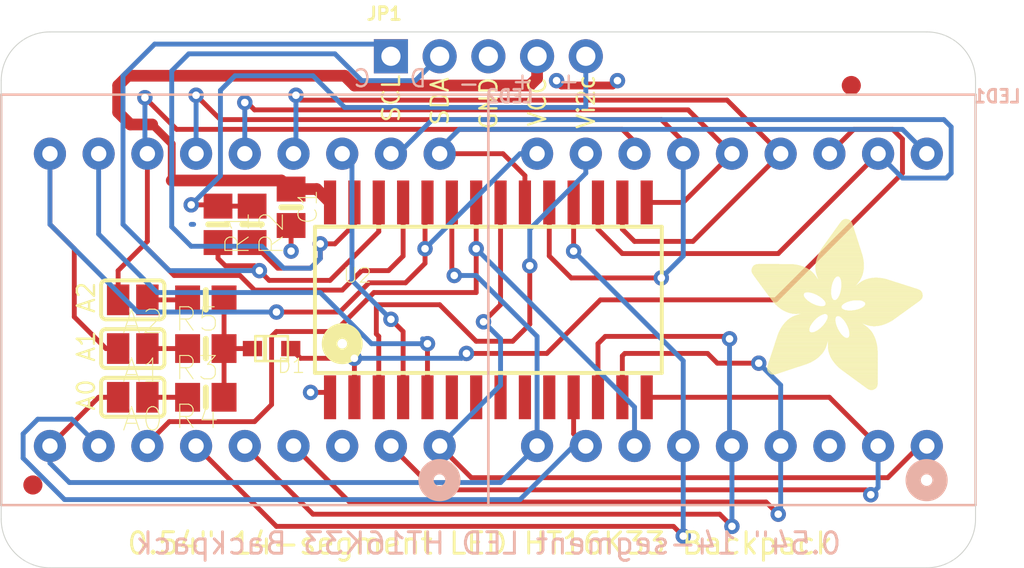
<source format=kicad_pcb>
(kicad_pcb (version 20211014) (generator pcbnew)
  (layers (0 "F.Cu" signal) (1 "In1.Cu" signal) (2 "In2.Cu" signal) (3 "In3.Cu" signal) (4 "In4.Cu" signal) (5 "In5.Cu" signal) (6 "In6.Cu" signal) (7 "In7.Cu" signal) (8 "In8.Cu" signal) (9 "In9.Cu" signal) (10 "In10.Cu" signal) (11 "In11.Cu" signal) (12 "In12.Cu" signal) (13 "In13.Cu" signal) (14 "In14.Cu" signal) (31 "B.Cu" signal) (34 "B.Paste" user) (35 "F.Paste" user) (36 "B.SilkS" user "B.Silkscreen") (37 "F.SilkS" user "F.Silkscreen") (38 "B.Mask" user) (39 "F.Mask" user) (44 "Edge.Cuts" user))
  (net 0 "")
  (net 1 "VDD")
  (net 2 "GND")
  (net 3 "N$19")
  (net 4 "N$20")
  (net 5 "A1")
  (net 6 "COM0")
  (net 7 "N$10")
  (net 8 "N$11")
  (net 9 "N$12")
  (net 10 "N$13")
  (net 11 "N$16")
  (net 12 "A0")
  (net 13 "A2")
  (net 14 "SDA")
  (net 15 "SCL")
  (net 16 "N$1")
  (net 17 "N$7")
  (net 18 "N$4")
  (net 19 "N$5")
  (net 20 "N$6")
  (net 21 "N$8")
  (net 22 "N$9")
  (net 23 "N$14")
  (net 24 "N$15")
  (net 25 "COM1")
  (net 26 "COM2")
  (net 27 "COM3")
  (net 28 "N$2")
  (footprint "Adafruit 0.54 Alphanumeric v0.1:0805-NO" (layer "F.Cu") (at 133.7691 105.0036 180)
    (fp_text reference "R5" (at -0.762 -1.016) (layer "F.SilkS") (effects (font (size 1.21668 1.21668) (thickness 0.05332)) (justify right)))
    (fp_text value "47K")
    (pad "1" smd rect (at -0.95 0 180) (size 1.3 1.5) (layers "F.Cu" "F.Paste" "F.Mask") (net 16 "N$1"))
    (pad "2" smd rect (at 0.95 0 180) (size 1.3 1.5) (layers "F.Cu" "F.Paste" "F.Mask") (net 17 "N$7"))
  )
  (footprint "Adafruit 0.54 Alphanumeric v0.1:SOD-323F" (layer "F.Cu") (at 137.1981 107.5436 180)
    (fp_text reference "D1" (at -1.8 -0.9) (layer "F.SilkS") (effects (font (size 0.752978 0.752978) (thickness 0.059822)) (justify right)))
    (fp_text value "1N4148")
    (pad "A" smd rect (at -1 0 180) (size 1 0.8) (layers "F.Cu" "F.Paste" "F.Mask") (net 6 "COM0"))
    (pad "C" smd rect (at 1 0 180) (size 1 0.8) (layers "F.Cu" "F.Paste" "F.Mask") (net 16 "N$1"))
  )
  (footprint "Adafruit 0.54 Alphanumeric v0.1:SOLDERJUMPER_REFLOW_NOPASTE" (layer "F.Cu") (at 129.9591 110.0836 180)
    (fp_text reference "A0" (at -1.651 -1.143) (layer "F.SilkS") (effects (font (size 1.21668 1.21668) (thickness 0.05332)) (justify right)))
    (fp_text value "")
    (pad "1" smd rect (at -0.762 0 180) (size 1.1684 1.6002) (layers "F.Cu" "F.Mask") (net 4 "N$20"))
    (pad "2" smd rect (at 0.762 0 180) (size 1.1684 1.6002) (layers "F.Cu" "F.Mask") (net 12 "A0"))
  )
  (footprint "Adafruit 0.54 Alphanumeric v0.1:0805-NO" (layer "F.Cu") (at 133.7691 110.0836 180)
    (fp_text reference "R4" (at -0.762 -1.016) (layer "F.SilkS") (effects (font (size 1.21668 1.21668) (thickness 0.05332)) (justify right)))
    (fp_text value "47K")
    (pad "1" smd rect (at -0.95 0 180) (size 1.3 1.5) (layers "F.Cu" "F.Paste" "F.Mask") (net 16 "N$1"))
    (pad "2" smd rect (at 0.95 0 180) (size 1.3 1.5) (layers "F.Cu" "F.Paste" "F.Mask") (net 4 "N$20"))
  )
  (footprint "" (layer "F.Cu") (at 171.9961 117.0686)
    (fp_text reference "@HOLE1" hide)
    (fp_text value "" (at 0 0) (layer "F.SilkS") (effects (font (size 1.27 1.27))))
    (pad "" np_thru_hole circle (at 0 0) (size 2 2) (drill 2) (layers *.Cu *.Mask))
  )
  (footprint "Adafruit 0.54 Alphanumeric v0.1:0805-NO" (layer "F.Cu") (at 136.1821 101.0666 -90)
    (fp_text reference "R2" (at -0.762 -1.016 90) (layer "F.SilkS") (effects (font (size 1.21668 1.21668) (thickness 0.05332)) (justify right)))
    (fp_text value "10K")
    (pad "1" smd rect (at -0.95 0 270) (size 1.3 1.5) (layers "F.Cu" "F.Paste" "F.Mask") (net 28 "N$2"))
    (pad "2" smd rect (at 0.95 0 270) (size 1.3 1.5) (layers "F.Cu" "F.Paste" "F.Mask") (net 14 "SDA"))
  )
  (footprint "Adafruit 0.54 Alphanumeric v0.1:FIDUCIAL_1MM" (layer "F.Cu") (at 124.7521 114.6556)
    (fp_text reference "U$2" hide)
    (fp_text value "FIDUCIAL" hide)
    (pad "1" smd roundrect (at 0 0) (size 1 1) (layers "F.Cu") (roundrect_rratio 0.5))
  )
  (footprint "Adafruit 0.54 Alphanumeric v0.1:SOLDERJUMPER_REFLOW_NOPASTE" (layer "F.Cu") (at 129.9591 105.0036 180)
    (fp_text reference "A2" (at -1.651 -1.143) (layer "F.SilkS") (effects (font (size 1.21668 1.21668) (thickness 0.05332)) (justify right)))
    (fp_text value "")
    (pad "1" smd rect (at -0.762 0 180) (size 1.1684 1.6002) (layers "F.Cu" "F.Mask") (net 17 "N$7"))
    (pad "2" smd rect (at 0.762 0 180) (size 1.1684 1.6002) (layers "F.Cu" "F.Mask") (net 13 "A2"))
  )
  (footprint "Adafruit 0.54 Alphanumeric v0.1:0805-NO" (layer "F.Cu") (at 138.2141 100.1776 -90)
    (fp_text reference "C1" (at -1 -0.875 90) (layer "F.SilkS") (effects (font (size 0.96268 0.96268) (thickness 0.05332)) (justify right)))
    (fp_text value "10uF")
    (pad "1" smd rect (at -0.95 0 270) (size 1.3 1.5) (layers "F.Cu" "F.Paste" "F.Mask") (net 1 "VDD"))
    (pad "2" smd rect (at 0.95 0 270) (size 1.3 1.5) (layers "F.Cu" "F.Paste" "F.Mask") (net 2 "GND"))
  )
  (footprint "Adafruit 0.54 Alphanumeric v0.1:FIDUCIAL_1MM" (layer "F.Cu") (at 167.4241 93.8276)
    (fp_text reference "U$1" hide)
    (fp_text value "FIDUCIAL" hide)
    (pad "1" smd roundrect (at 0 0) (size 1 1) (layers "F.Cu") (roundrect_rratio 0.5))
  )
  (footprint "" (layer "F.Cu") (at 171.9961 92.9386)
    (fp_text reference "@HOLE3" hide)
    (fp_text value "" (at 0 0) (layer "F.SilkS") (effects (font (size 1.27 1.27))))
    (pad "" np_thru_hole circle (at 0 0) (size 2 2) (drill 2) (layers *.Cu *.Mask))
  )
  (footprint "Adafruit 0.54 Alphanumeric v0.1:0805-NO" (layer "F.Cu") (at 134.4041 101.0666 -90)
    (fp_text reference "R1" (at -0.762 -1.016 90) (layer "F.SilkS") (effects (font (size 1.21668 1.21668) (thickness 0.05332)) (justify right)))
    (fp_text value "10K")
    (pad "1" smd rect (at -0.95 0 270) (size 1.3 1.5) (layers "F.Cu" "F.Paste" "F.Mask") (net 28 "N$2"))
    (pad "2" smd rect (at 0.95 0 270) (size 1.3 1.5) (layers "F.Cu" "F.Paste" "F.Mask") (net 15 "SCL"))
  )
  (footprint "Adafruit 0.54 Alphanumeric v0.1:0805-NO" (layer "F.Cu") (at 133.7691 107.5436 180)
    (fp_text reference "R3" (at -0.762 -1.016) (layer "F.SilkS") (effects (font (size 1.21668 1.21668) (thickness 0.05332)) (justify right)))
    (fp_text value "47K")
    (pad "1" smd rect (at -0.95 0 180) (size 1.3 1.5) (layers "F.Cu" "F.Paste" "F.Mask") (net 16 "N$1"))
    (pad "2" smd rect (at 0.95 0 180) (size 1.3 1.5) (layers "F.Cu" "F.Paste" "F.Mask") (net 3 "N$19"))
  )
  (footprint "" (layer "F.Cu") (at 125.0061 92.9386)
    (fp_text reference "@HOLE2" hide)
    (fp_text value "" (at 0 0) (layer "F.SilkS") (effects (font (size 1.27 1.27))))
    (pad "" np_thru_hole circle (at 0 0) (size 2 2) (drill 2) (layers *.Cu *.Mask))
  )
  (footprint "Adafruit 0.54 Alphanumeric v0.1:1X05_ROUND_70" (layer "F.Cu") (at 148.5011 92.3036)
    (fp_text reference "JP1" (at -6.4262 -1.8288) (layer "F.SilkS") (effects (font (size 0.666496 0.666496) (thickness 0.146304)) (justify left bottom)))
    (fp_text value "")
    (pad "1" thru_hole rect (at -5.08 0 90) (size 1.778 1.778) (drill 1) (layers *.Cu *.Mask) (net 15 "SCL"))
    (pad "2" thru_hole circle (at -2.54 0 90) (size 1.778 1.778) (drill 1) (layers *.Cu *.Mask) (net 14 "SDA"))
    (pad "3" thru_hole circle (at 0 0 90) (size 1.778 1.778) (drill 1) (layers *.Cu *.Mask) (net 2 "GND"))
    (pad "4" thru_hole circle (at 2.54 0 90) (size 1.778 1.778) (drill 1) (layers *.Cu *.Mask) (net 1 "VDD"))
    (pad "5" thru_hole circle (at 5.08 0 90) (size 1.778 1.778) (drill 1) (layers *.Cu *.Mask) (net 28 "N$2"))
  )
  (footprint "Adafruit 0.54 Alphanumeric v0.1:SOLDERJUMPER_REFLOW_NOPASTE" (layer "F.Cu") (at 129.9591 107.5436 180)
    (fp_text reference "A1" (at -1.651 -1.143) (layer "F.SilkS") (effects (font (size 1.21668 1.21668) (thickness 0.05332)) (justify right)))
    (fp_text value "")
    (pad "1" smd rect (at -0.762 0 180) (size 1.1684 1.6002) (layers "F.Cu" "F.Mask") (net 3 "N$19"))
    (pad "2" smd rect (at 0.762 0 180) (size 1.1684 1.6002) (layers "F.Cu" "F.Mask") (net 5 "A1"))
  )
  (footprint "" (layer "F.Cu") (at 125.0061 117.0686)
    (fp_text reference "@HOLE0" hide)
    (fp_text value "" (at 0 0) (layer "F.SilkS") (effects (font (size 1.27 1.27))))
    (pad "" np_thru_hole circle (at 0 0) (size 2 2) (drill 2) (layers *.Cu *.Mask))
  )
  (footprint "Adafruit 0.54 Alphanumeric v0.1:SOP28_300MIL" (layer "F.Cu") (at 148.5011 105.0036)
    (fp_text reference "U2" (at -7.62 -1.27) (layer "F.SilkS") (effects (font (size 0.75948 0.75948) (thickness 0.05332)) (justify left)))
    (fp_text value "")
    (pad "P$1" smd rect (at -8.255 5.08) (size 0.635 2.286) (layers "F.Cu" "F.Paste" "F.Mask") (net 2 "GND"))
    (pad "P$2" smd rect (at -6.985 5.08) (size 0.635 2.286) (layers "F.Cu" "F.Paste" "F.Mask") (net 6 "COM0"))
    (pad "P$3" smd rect (at -5.715 5.08) (size 0.635 2.286) (layers "F.Cu" "F.Paste" "F.Mask") (net 25 "COM1"))
    (pad "P$4" smd rect (at -4.445 5.08) (size 0.635 2.286) (layers "F.Cu" "F.Paste" "F.Mask") (net 26 "COM2"))
    (pad "P$5" smd rect (at -3.175 5.08) (size 0.635 2.286) (layers "F.Cu" "F.Paste" "F.Mask") (net 27 "COM3"))
    (pad "P$6" smd rect (at -1.905 5.08) (size 0.635 2.286) (layers "F.Cu" "F.Paste" "F.Mask"))
    (pad "P$7" smd rect (at -0.635 5.08) (size 0.635 2.286) (layers "F.Cu" "F.Paste" "F.Mask"))
    (pad "P$8" smd rect (at 0.635 5.08) (size 0.635 2.286) (layers "F.Cu" "F.Paste" "F.Mask"))
    (pad "P$9" smd rect (at 1.905 5.08) (size 0.635 2.286) (layers "F.Cu" "F.Paste" "F.Mask"))
    (pad "P$10" smd rect (at 3.175 5.08) (size 0.635 2.286) (layers "F.Cu" "F.Paste" "F.Mask"))
    (pad "P$11" smd rect (at 4.445 5.08) (size 0.635 2.286) (layers "F.Cu" "F.Paste" "F.Mask") (net 24 "N$15"))
    (pad "P$12" smd rect (at 5.715 5.08) (size 0.635 2.286) (layers "F.Cu" "F.Paste" "F.Mask") (net 23 "N$14"))
    (pad "P$13" smd rect (at 6.985 5.08) (size 0.635 2.286) (layers "F.Cu" "F.Paste" "F.Mask") (net 22 "N$9"))
    (pad "P$14" smd rect (at 8.255 5.08) (size 0.635 2.286) (layers "F.Cu" "F.Paste" "F.Mask") (net 21 "N$8"))
    (pad "P$15" smd rect (at 8.255 -5.08 180) (size 0.635 2.286) (layers "F.Cu" "F.Paste" "F.Mask") (net 20 "N$6"))
    (pad "P$16" smd rect (at 6.985 -5.08 180) (size 0.635 2.286) (layers "F.Cu" "F.Paste" "F.Mask") (net 19 "N$5"))
    (pad "P$17" smd rect (at 5.715 -5.08 180) (size 0.635 2.286) (layers "F.Cu" "F.Paste" "F.Mask") (net 18 "N$4"))
    (pad "P$18" smd rect (at 4.445 -5.08 180) (size 0.635 2.286) (layers "F.Cu" "F.Paste" "F.Mask") (net 11 "N$16"))
    (pad "P$19" smd rect (at 3.175 -5.08 180) (size 0.635 2.286) (layers "F.Cu" "F.Paste" "F.Mask") (net 10 "N$13"))
    (pad "P$20" smd rect (at 1.905 -5.08 180) (size 0.635 2.286) (layers "F.Cu" "F.Paste" "F.Mask") (net 9 "N$12"))
    (pad "P$21" smd rect (at 0.635 -5.08 180) (size 0.635 2.286) (layers "F.Cu" "F.Paste" "F.Mask") (net 8 "N$11"))
    (pad "P$22" smd rect (at -0.635 -5.08 180) (size 0.635 2.286) (layers "F.Cu" "F.Paste" "F.Mask") (net 7 "N$10"))
    (pad "P$23" smd rect (at -1.905 -5.08 180) (size 0.635 2.286) (layers "F.Cu" "F.Paste" "F.Mask") (net 12 "A0"))
    (pad "P$24" smd rect (at -3.175 -5.08 180) (size 0.635 2.286) (layers "F.Cu" "F.Paste" "F.Mask") (net 5 "A1"))
    (pad "P$25" smd rect (at -4.445 -5.08 180) (size 0.635 2.286) (layers "F.Cu" "F.Paste" "F.Mask") (net 13 "A2"))
    (pad "P$26" smd rect (at -5.715 -5.08 180) (size 0.635 2.286) (layers "F.Cu" "F.Paste" "F.Mask") (net 15 "SCL"))
    (pad "P$27" smd rect (at -6.985 -5.08 180) (size 0.635 2.286) (layers "F.Cu" "F.Paste" "F.Mask") (net 14 "SDA"))
    (pad "P$28" smd rect (at -8.255 -5.08 180) (size 0.635 2.286) (layers "F.Cu" "F.Paste" "F.Mask") (net 1 "VDD"))
  )
  (footprint "Adafruit 0.54 Alphanumeric v0.1:ADAFRUIT_9MM" (layer "F.Cu") (at 162.2171 109.7026)
    (fp_text reference "U$3" hide)
    (fp_text value "" hide)
  )
  (footprint "Adafruit 0.54 Alphanumeric v0.1:SEGMENT_STARTBUST_DUAL_KWA-541CBB" (layer "B.Cu") (at 135.8011 105.0036 180)
    (fp_text reference "LED2" (at -12.5 11) (layer "B.SilkS") (effects (font (size 0.666496 0.666496) (thickness 0.146304)) (justify right top mirror)))
    (fp_text value "")
    (pad "1" thru_hole circle (at -10.16 -7.62 180) (size 1.6764 1.6764) (drill 0.8) (layers *.Cu *.Mask) (net 8 "N$11"))
    (pad "2" thru_hole circle (at -7.62 -7.62 180) (size 1.6764 1.6764) (drill 0.8) (layers *.Cu *.Mask) (net 21 "N$8"))
    (pad "3" thru_hole circle (at -5.08 -7.62 180) (size 1.6764 1.6764) (drill 0.8) (layers *.Cu *.Mask))
    (pad "4" thru_hole circle (at -2.54 -7.62 180) (size 1.6764 1.6764) (drill 0.8) (layers *.Cu *.Mask) (net 22 "N$9"))
    (pad "5" thru_hole circle (at 0 -7.62 180) (size 1.6764 1.6764) (drill 0.8) (layers *.Cu *.Mask) (net 23 "N$14"))
    (pad "6" thru_hole circle (at 2.54 -7.62 180) (size 1.6764 1.6764) (drill 0.8) (layers *.Cu *.Mask) (net 11 "N$16"))
    (pad "7" thru_hole circle (at 5.08 -7.62 180) (size 1.6764 1.6764) (drill 0.8) (layers *.Cu *.Mask) (net 7 "N$10"))
    (pad "8" thru_hole circle (at 7.62 -7.62 180) (size 1.6764 1.6764) (drill 0.8) (layers *.Cu *.Mask) (net 24 "N$15"))
    (pad "9" thru_hole circle (at 10.16 -7.62 180) (size 1.6764 1.6764) (drill 0.8) (layers *.Cu *.Mask) (net 12 "A0"))
    (pad "10" thru_hole circle (at 10.16 7.62 180) (size 1.6764 1.6764) (drill 0.8) (layers *.Cu *.Mask) (net 5 "A1"))
    (pad "11" thru_hole circle (at 7.62 7.62 180) (size 1.6764 1.6764) (drill 0.8) (layers *.Cu *.Mask) (net 27 "COM3"))
    (pad "12" thru_hole circle (at 5.08 7.62 180) (size 1.6764 1.6764) (drill 0.8) (layers *.Cu *.Mask) (net 13 "A2"))
    (pad "13" thru_hole circle (at 2.54 7.62 180) (size 1.6764 1.6764) (drill 0.8) (layers *.Cu *.Mask) (net 10 "N$13"))
    (pad "14" thru_hole circle (at 0 7.62 180) (size 1.6764 1.6764) (drill 0.8) (layers *.Cu *.Mask) (net 20 "N$6"))
    (pad "15" thru_hole circle (at -2.54 7.62 180) (size 1.6764 1.6764) (drill 0.8) (layers *.Cu *.Mask) (net 19 "N$5"))
    (pad "16" thru_hole circle (at -5.08 7.62 180) (size 1.6764 1.6764) (drill 0.8) (layers *.Cu *.Mask) (net 26 "COM2"))
    (pad "17" thru_hole circle (at -7.62 7.62 180) (size 1.6764 1.6764) (drill 0.8) (layers *.Cu *.Mask) (net 18 "N$4"))
    (pad "18" thru_hole circle (at -10.16 7.62 180) (size 1.6764 1.6764) (drill 0.8) (layers *.Cu *.Mask) (net 9 "N$12"))
  )
  (footprint "Adafruit 0.54 Alphanumeric v0.1:SEGMENT_STARTBUST_DUAL_KWA-541CBB" (layer "B.Cu") (at 161.2011 105.0036 180)
    (fp_text reference "LED1" (at -12.5 11) (layer "B.SilkS") (effects (font (size 0.666496 0.666496) (thickness 0.146304)) (justify right top mirror)))
    (fp_text value "")
    (pad "1" thru_hole circle (at -10.16 -7.62 180) (size 1.6764 1.6764) (drill 0.8) (layers *.Cu *.Mask) (net 8 "N$11"))
    (pad "2" thru_hole circle (at -7.62 -7.62 180) (size 1.6764 1.6764) (drill 0.8) (layers *.Cu *.Mask) (net 21 "N$8"))
    (pad "3" thru_hole circle (at -5.08 -7.62 180) (size 1.6764 1.6764) (drill 0.8) (layers *.Cu *.Mask))
    (pad "4" thru_hole circle (at -2.54 -7.62 180) (size 1.6764 1.6764) (drill 0.8) (layers *.Cu *.Mask) (net 22 "N$9"))
    (pad "5" thru_hole circle (at 0 -7.62 180) (size 1.6764 1.6764) (drill 0.8) (layers *.Cu *.Mask) (net 23 "N$14"))
    (pad "6" thru_hole circle (at 2.54 -7.62 180) (size 1.6764 1.6764) (drill 0.8) (layers *.Cu *.Mask) (net 11 "N$16"))
    (pad "7" thru_hole circle (at 5.08 -7.62 180) (size 1.6764 1.6764) (drill 0.8) (layers *.Cu *.Mask) (net 7 "N$10"))
    (pad "8" thru_hole circle (at 7.62 -7.62 180) (size 1.6764 1.6764) (drill 0.8) (layers *.Cu *.Mask) (net 24 "N$15"))
    (pad "9" thru_hole circle (at 10.16 -7.62 180) (size 1.6764 1.6764) (drill 0.8) (layers *.Cu *.Mask) (net 12 "A0"))
    (pad "10" thru_hole circle (at 10.16 7.62 180) (size 1.6764 1.6764) (drill 0.8) (layers *.Cu *.Mask) (net 5 "A1"))
    (pad "11" thru_hole circle (at 7.62 7.62 180) (size 1.6764 1.6764) (drill 0.8) (layers *.Cu *.Mask) (net 25 "COM1"))
    (pad "12" thru_hole circle (at 5.08 7.62 180) (size 1.6764 1.6764) (drill 0.8) (layers *.Cu *.Mask) (net 13 "A2"))
    (pad "13" thru_hole circle (at 2.54 7.62 180) (size 1.6764 1.6764) (drill 0.8) (layers *.Cu *.Mask) (net 10 "N$13"))
    (pad "14" thru_hole circle (at 0 7.62 180) (size 1.6764 1.6764) (drill 0.8) (layers *.Cu *.Mask) (net 20 "N$6"))
    (pad "15" thru_hole circle (at -2.54 7.62 180) (size 1.6764 1.6764) (drill 0.8) (layers *.Cu *.Mask) (net 19 "N$5"))
    (pad "16" thru_hole circle (at -5.08 7.62 180) (size 1.6764 1.6764) (drill 0.8) (layers *.Cu *.Mask) (net 6 "COM0"))
    (pad "17" thru_hole circle (at -7.62 7.62 180) (size 1.6764 1.6764) (drill 0.8) (layers *.Cu *.Mask) (net 18 "N$4"))
    (pad "18" thru_hole circle (at -10.16 7.62 180) (size 1.6764 1.6764) (drill 0.8) (layers *.Cu *.Mask) (net 9 "N$12"))
  )
  (gr_line (start 173.9011 116.4336) (end 173.9011 93.5736) (layer "Edge.Cuts") (width 0.05))
  (gr_arc (start 123.1011 93.5736) (mid 123.845049 91.777549) (end 125.6411 91.0336) (layer "Edge.Cuts") (width 0.05))
  (gr_arc (start 173.9011 116.4336) (mid 173.157151 118.229651) (end 171.3611 118.9736) (layer "Edge.Cuts") (width 0.05))
  (gr_line (start 123.1011 93.5736) (end 123.1011 116.4336) (layer "Edge.Cuts") (width 0.05))
  (gr_arc (start 125.6411 118.9736) (mid 123.845049 118.229651) (end 123.1011 116.4336) (layer "Edge.Cuts") (width 0.05))
  (gr_line (start 171.3611 91.0336) (end 125.6411 91.0336) (layer "Edge.Cuts") (width 0.05))
  (gr_arc (start 171.3611 91.0336) (mid 173.157151 91.777549) (end 173.9011 93.5736) (layer "Edge.Cuts") (width 0.05))
  (gr_line (start 125.6411 118.9736) (end 171.3611 118.9736) (layer "Edge.Cuts") (width 0.05))
  (gr_text "0.54\" 14-segment LED HT16K33 Backpack" (at 148.5011 117.7036) (layer "B.SilkS") (effects (font (size 1.1176 1.1176) (thickness 0.1524)) (justify mirror)))
  (gr_text "+" (at 152.0571 93.0656) (layer "B.SilkS") (effects (font (size 0.89408 0.89408) (thickness 0.12192)) (justify right top mirror)))
  (gr_text "-" (at 146.8501 93.1926) (layer "B.SilkS") (effects (font (size 0.89408 0.89408) (thickness 0.12192)) (justify right top mirror)))
  (gr_text "+" (at 149.6441 93.0656) (layer "B.SilkS") (effects (font (size 0.89408 0.89408) (thickness 0.12192)) (justify right top mirror)))
  (gr_text "C" (at 141.3891 92.9386) (layer "B.SilkS") (effects (font (size 0.89408 0.89408) (thickness 0.12192)) (justify right top mirror)))
  (gr_text "D" (at 144.3101 92.9386) (layer "B.SilkS") (effects (font (size 0.89408 0.89408) (thickness 0.12192)) (justify right top mirror)))
  (gr_text "SDA" (at 145.4531 93.3196 90) (layer "F.SilkS") (effects (font (size 0.89408 0.89408) (thickness 0.12192)) (justify right top)))
  (gr_text "SCL" (at 142.9131 93.1926 90) (layer "F.SilkS") (effects (font (size 0.89408 0.89408) (thickness 0.12192)) (justify right top)))
  (gr_text "A1" (at 128.0541 108.3056 90) (layer "F.SilkS") (effects (font (size 0.89408 0.89408) (thickness 0.12192)) (justify left bottom)))
  (gr_text "VCC" (at 150.5331 93.3196 90) (layer "F.SilkS") (effects (font (size 0.89408 0.89408) (thickness 0.12192)) (justify right top)))
  (gr_text "A0" (at 128.0541 110.8456 90) (layer "F.SilkS") (effects (font (size 0.89408 0.89408) (thickness 0.12192)) (justify left bottom)))
  (gr_text "GND" (at 147.9931 93.3196 90) (layer "F.SilkS") (effects (font (size 0.89408 0.89408) (thickness 0.12192)) (justify right top)))
  (gr_text "Vi2c" (at 153.0731 93.1926 90) (layer "F.SilkS") (effects (font (size 0.89408 0.89408) (thickness 0.12192)) (justify right top)))
  (gr_text "0.54\" 14-segment LED HT16K33 Backpack " (at 148.5011 117.7036) (layer "F.SilkS") (effects (font (size 1.1176 1.1176) (thickness 0.1524))))
  (gr_text "A2" (at 128.0541 105.7656 90) (layer "F.SilkS") (effects (font (size 0.89408 0.89408) (thickness 0.12192)) (justify left bottom)))
  (segment (start 150.6601 93.8276) (end 151.0411 93.4466) (width 0.6096) (layer "F.Cu") (net 1))
  (segment (start 138.2141 99.2886) (end 138.2141 99.2276) (width 0.6096) (layer "F.Cu") (net 1))
  (segment (start 139.5501 99.2276) (end 138.2141 99.2276) (width 0.6096) (layer "F.Cu") (net 1))
  (segment (start 131.9911 96.8756) (end 130.9751 95.8596) (width 0.4064) (layer "F.Cu") (net 1))
  (segment (start 130.9751 95.8596) (end 129.8321 95.8596) (width 0.6096) (layer "F.Cu") (net 1))
  (segment (start 141.0081 93.3196) (end 141.5161 93.8276) (width 0.6096) (layer "F.Cu") (net 1))
  (segment (start 131.9911 98.7806) (end 131.9911 96.8756) (width 0.4064) (layer "F.Cu") (net 1))
  (segment (start 137.7061 98.7806) (end 138.2141 99.2886) (width 0.6096) (layer "F.Cu") (net 1))
  (segment (start 131.9911 98.7806) (end 137.7061 98.7806) (width 0.6096) (layer "F.Cu") (net 1))
  (segment (start 151.0411 93.4466) (end 151.0411 92.3036) (width 0.6096) (layer "F.Cu") (net 1))
  (segment (start 129.8321 95.8596) (end 129.1971 95.2246) (width 0.6096) (layer "F.Cu") (net 1))
  (segment (start 129.7051 93.3196) (end 141.0081 93.3196) (width 0.6096) (layer "F.Cu") (net 1))
  (segment (start 141.5161 93.8276) (end 150.6601 93.8276) (width 0.6096) (layer "F.Cu") (net 1))
  (segment (start 140.2461 99.9236) (end 139.5501 99.2276) (width 0.6096) (layer "F.Cu") (net 1))
  (segment (start 129.1971 95.2246) (end 129.1971 93.8276) (width 0.6096) (layer "F.Cu") (net 1))
  (segment (start 129.1971 93.8276) (end 129.7051 93.3196) (width 0.6096) (layer "F.Cu") (net 1))
  (segment (start 140.2461 109.8296) (end 139.2301 109.8296) (width 0.254) (layer "F.Cu") (net 2))
  (segment (start 152.3111 93.8276) (end 154.9781 93.8276) (width 0.4064) (layer "F.Cu") (net 2))
  (segment (start 154.9781 93.8276) (end 155.2321 93.5736) (width 0.4064) (layer "F.Cu") (net 2))
  (segment (start 140.2461 110.0836) (end 140.2461 109.8296) (width 0.254) (layer "F.Cu") (net 2))
  (segment (start 152.0571 93.5736) (end 152.3111 93.8276) (width 0.4064) (layer "F.Cu") (net 2))
  (segment (start 138.2141 101.1276) (end 138.2141 102.4636) (width 0.254) (layer "F.Cu") (net 2))
  (via (at 139.2301 109.8296) (size 0.8001) (drill 0.3937) (layers "F.Cu" "B.Cu") (net 2))
  (via (at 152.0571 93.5736) (size 0.8001) (drill 0.3937) (layers "F.Cu" "B.Cu") (net 2))
  (via (at 138.2141 102.4636) (size 0.8001) (drill 0.3937) (layers "F.Cu" "B.Cu") (net 2))
  (via (at 155.2321 93.5736) (size 0.8001) (drill 0.3937) (layers "F.Cu" "B.Cu") (net 2))
  (segment (start 139.2301 109.8296) (end 139.2301 109.7026) (width 0.254) (layer "B.Cu") (net 2))
  (segment (start 133.0071 101.0666) (end 133.1341 101.0666) (width 0.254) (layer "B.Cu") (net 2))
  (segment (start 130.7211 107.5436) (end 132.8191 107.5436) (width 0.254) (layer "F.Cu") (net 3))
  (segment (start 130.7211 110.0836) (end 132.8191 110.0836) (width 0.254) (layer "F.Cu") (net 4))
  (segment (start 142.2781 104.1146) (end 144.1831 104.1146) (width 0.254) (layer "F.Cu") (net 5))
  (segment (start 142.2781 104.1146) (end 140.7541 105.6386) (width 0.254) (layer "F.Cu") (net 5))
  (segment (start 126.9111 105.8926) (end 128.5621 107.5436) (width 0.254) (layer "F.Cu") (net 5))
  (segment (start 145.1991 102.3366) (end 145.1991 100.0506) (width 0.254) (layer "F.Cu") (net 5))
  (segment (start 126.9111 105.8926) (end 126.9111 102.3366) (width 0.254) (layer "F.Cu") (net 5))
  (segment (start 125.6411 101.0666) (end 126.9111 102.3366) (width 0.254) (layer "F.Cu") (net 5))
  (segment (start 145.1991 100.0506) (end 145.3261 99.9236) (width 0.254) (layer "F.Cu") (net 5))
  (segment (start 140.7541 105.6386) (end 137.4521 105.6386) (width 0.254) (layer "F.Cu") (net 5))
  (segment (start 125.6411 97.3836) (end 125.6411 101.0666) (width 0.254) (layer "F.Cu") (net 5))
  (segment (start 144.1831 104.1146) (end 145.1991 103.0986) (width 0.254) (layer "F.Cu") (net 5))
  (segment (start 145.1991 103.0986) (end 145.1991 102.3366) (width 0.254) (layer "F.Cu") (net 5))
  (segment (start 128.5621 107.5436) (end 129.1971 107.5436) (width 0.254) (layer "F.Cu") (net 5))
  (via (at 137.4521 105.6386) (size 0.8001) (drill 0.3937) (layers "F.Cu" "B.Cu") (net 5))
  (via (at 145.1991 102.3366) (size 0.8001) (drill 0.3937) (layers "F.Cu" "B.Cu") (net 5))
  (segment (start 150.1521 97.3836) (end 145.1991 102.3366) (width 0.254) (layer "B.Cu") (net 5))
  (segment (start 125.5141 97.5106) (end 125.6411 97.3836) (width 0.254) (layer "B.Cu") (net 5))
  (segment (start 137.4521 105.6386) (end 130.2131 105.6386) (width 0.254) (layer "B.Cu") (net 5))
  (segment (start 151.0411 97.3836) (end 150.1521 97.3836) (width 0.254) (layer "B.Cu") (net 5))
  (segment (start 130.2131 105.6386) (end 125.6411 101.0666) (width 0.254) (layer "B.Cu") (net 5))
  (segment (start 125.6411 101.0666) (end 125.6411 97.3836) (width 0.254) (layer "B.Cu") (net 5))
  (segment (start 138.7061 108.0516) (end 138.1981 107.5436) (width 0.254) (layer "F.Cu") (net 6))
  (segment (start 169.5831 96.1136) (end 170.0911 96.6216) (width 0.254) (layer "F.Cu") (net 6))
  (segment (start 166.2811 97.3836) (end 167.5511 96.1136) (width 0.254) (layer "F.Cu") (net 6))
  (segment (start 167.5511 96.1136) (end 169.5831 96.1136) (width 0.254) (layer "F.Cu") (net 6))
  (segment (start 163.4871 105.0036) (end 154.3431 105.0036) (width 0.254) (layer "F.Cu") (net 6))
  (segment (start 170.0911 98.3996) (end 163.4871 105.0036) (width 0.254) (layer "F.Cu") (net 6))
  (segment (start 138.7061 108.0516) (end 141.5161 108.0516) (width 0.254) (layer "F.Cu") (net 6))
  (segment (start 154.3431 105.0036) (end 151.5491 107.7976) (width 0.254) (layer "F.Cu") (net 6))
  (segment (start 141.5161 108.0516) (end 141.5161 110.0836) (width 0.254) (layer "F.Cu") (net 6))
  (segment (start 170.0911 96.6216) (end 170.0911 98.3996) (width 0.254) (layer "F.Cu") (net 6))
  (segment (start 151.5491 107.7976) (end 147.3581 107.7976) (width 0.254) (layer "F.Cu") (net 6))
  (via (at 147.3581 107.7976) (size 0.8001) (drill 0.3937) (layers "F.Cu" "B.Cu") (net 6))
  (via (at 141.5161 108.0516) (size 0.8001) (drill 0.3937) (layers "F.Cu" "B.Cu") (net 6))
  (segment (start 147.3581 107.7976) (end 147.1041 108.0516) (width 0.254) (layer "B.Cu") (net 6))
  (segment (start 147.1041 108.0516) (end 141.5161 108.0516) (width 0.254) (layer "B.Cu") (net 6))
  (segment (start 137.1981 106.9086) (end 137.1981 110.4646) (width 0.254) (layer "F.Cu") (net 7))
  (segment (start 142.5321 104.6226) (end 147.8661 104.6226) (width 0.254) (layer "F.Cu") (net 7))
  (segment (start 137.1981 110.4646) (end 136.3091 111.3536) (width 0.254) (layer "F.Cu") (net 7))
  (segment (start 147.8661 102.3366) (end 147.8661 99.9236) (width 0.254) (layer "F.Cu") (net 7))
  (segment (start 131.8641 111.3536) (end 130.7211 112.4966) (width 0.254) (layer "F.Cu") (net 7))
  (segment (start 137.4521 106.6546) (end 137.1981 106.9086) (width 0.254) (layer "F.Cu") (net 7))
  (segment (start 140.5001 106.6546) (end 137.4521 106.6546) (width 0.254) (layer "F.Cu") (net 7))
  (segment (start 147.8661 104.6226) (end 147.8661 102.3366) (width 0.254) (layer "F.Cu") (net 7))
  (segment (start 142.5321 104.6226) (end 140.5001 106.6546) (width 0.254) (layer "F.Cu") (net 7))
  (segment (start 130.7211 112.4966) (end 130.7211 112.6236) (width 0.254) (layer "F.Cu") (net 7))
  (segment (start 136.3091 111.3536) (end 131.8641 111.3536) (width 0.254) (layer "F.Cu") (net 7))
  (via (at 147.8661 102.3366) (size 0.8001) (drill 0.3937) (layers "F.Cu" "B.Cu") (net 7))
  (segment (start 156.1211 112.6236) (end 156.1211 110.5916) (width 0.254) (layer "B.Cu") (net 7))
  (segment (start 156.1211 110.5916) (end 147.8661 102.3366) (width 0.254) (layer "B.Cu") (net 7))
  (segment (start 147.6121 114.2746) (end 169.3291 114.2746) (width 0.254) (layer "F.Cu") (net 8))
  (segment (start 149.1361 99.9236) (end 149.1361 105.2576) (width 0.254) (layer "F.Cu") (net 8))
  (segment (start 169.3291 114.2746) (end 170.9801 112.6236) (width 0.254) (layer "F.Cu") (net 8))
  (segment (start 145.9611 112.6236) (end 147.6121 114.2746) (width 0.254) (layer "F.Cu") (net 8))
  (segment (start 170.9801 112.6236) (end 171.3611 112.6236) (width 0.254) (layer "F.Cu") (net 8))
  (segment (start 149.1361 105.2576) (end 148.2471 106.1466) (width 0.254) (layer "F.Cu") (net 8))
  (via (at 148.2471 106.1466) (size 0.8001) (drill 0.3937) (layers "F.Cu" "B.Cu") (net 8))
  (segment (start 149.1361 107.0356) (end 149.1361 109.4486) (width 0.254) (layer "B.Cu") (net 8))
  (segment (start 149.1361 109.4486) (end 145.9611 112.6236) (width 0.254) (layer "B.Cu") (net 8))
  (segment (start 148.2471 106.1466) (end 149.1361 107.0356) (width 0.254) (layer "B.Cu") (net 8))
  (segment (start 149.2631 97.3836) (end 150.4061 98.5266) (width 0.254) (layer "F.Cu") (net 9))
  (segment (start 145.9611 97.3836) (end 149.2631 97.3836) (width 0.254) (layer "F.Cu") (net 9))
  (segment (start 150.4061 98.5266) (end 150.4061 99.9236) (width 0.254) (layer "F.Cu") (net 9))
  (segment (start 146.9771 96.1136) (end 145.9611 97.1296) (width 0.254) (layer "B.Cu") (net 9))
  (segment (start 171.3611 97.3836) (end 170.0911 96.1136) (width 0.254) (layer "B.Cu") (net 9))
  (segment (start 145.9611 97.1296) (end 145.9611 97.3836) (width 0.254) (layer "B.Cu") (net 9))
  (segment (start 170.0911 96.1136) (end 146.9771 96.1136) (width 0.254) (layer "B.Cu") (net 9))
  (segment (start 152.8191 103.8606) (end 151.6761 102.7176) (width 0.254) (layer "F.Cu") (net 10))
  (segment (start 151.6761 102.7176) (end 151.6761 99.9236) (width 0.254) (layer "F.Cu") (net 10))
  (segment (start 158.6611 96.7486) (end 158.6611 97.3836) (width 0.254) (layer "F.Cu") (net 10))
  (segment (start 157.5181 103.8606) (end 152.8191 103.8606) (width 0.254) (layer "F.Cu") (net 10))
  (segment (start 133.2611 94.3356) (end 134.5311 95.6056) (width 0.254) (layer "F.Cu") (net 10))
  (segment (start 134.5311 95.6056) (end 157.5181 95.6056) (width 0.254) (layer "F.Cu") (net 10))
  (segment (start 157.5181 95.6056) (end 158.6611 96.7486) (width 0.254) (layer "F.Cu") (net 10))
  (via (at 133.2611 94.3356) (size 0.8001) (drill 0.3937) (layers "F.Cu" "B.Cu") (net 10))
  (via (at 157.5181 103.8606) (size 0.8001) (drill 0.3937) (layers "F.Cu" "B.Cu") (net 10))
  (segment (start 133.2611 97.3836) (end 133.2611 94.3356) (width 0.254) (layer "B.Cu") (net 10))
  (segment (start 158.6611 102.7176) (end 157.5181 103.8606) (width 0.254) (layer "B.Cu") (net 10))
  (segment (start 158.6611 97.3836) (end 158.6611 102.7176) (width 0.254) (layer "B.Cu") (net 10))
  (segment (start 152.9461 102.4636) (end 152.9461 99.9236) (width 0.254) (layer "F.Cu") (net 11))
  (segment (start 133.2611 112.6236) (end 137.4521 116.8146) (width 0.254) (layer "F.Cu") (net 11))
  (segment (start 158.1531 116.8146) (end 158.6611 117.3226) (width 0.254) (layer "F.Cu") (net 11))
  (segment (start 137.4521 116.8146) (end 158.1531 116.8146) (width 0.254) (layer "F.Cu") (net 11))
  (via (at 152.9461 102.4636) (size 0.8001) (drill 0.3937) (layers "F.Cu" "B.Cu") (net 11))
  (via (at 158.6611 117.3226) (size 0.8001) (drill 0.3937) (layers "F.Cu" "B.Cu") (net 11))
  (segment (start 158.6611 117.3226) (end 158.6611 112.6236) (width 0.254) (layer "B.Cu") (net 11))
  (segment (start 158.6611 108.1786) (end 152.9461 102.4636) (width 0.254) (layer "B.Cu") (net 11))
  (segment (start 158.6611 112.6236) (end 158.6611 108.1786) (width 0.254) (layer "B.Cu") (net 11))
  (segment (start 146.7231 103.6066) (end 146.5961 103.4796) (width 0.254) (layer "F.Cu") (net 12))
  (segment (start 128.1811 110.0836) (end 129.1971 110.0836) (width 0.254) (layer "F.Cu") (net 12))
  (segment (start 146.5961 103.4796) (end 146.5961 99.9236) (width 0.254) (layer "F.Cu") (net 12))
  (segment (start 146.7231 103.7336) (end 146.7231 103.6066) (width 0.254) (layer "F.Cu") (net 12))
  (segment (start 128.1811 110.0836) (end 125.6411 112.6236) (width 0.254) (layer "F.Cu") (net 12))
  (via (at 146.7231 103.7336) (size 0.8001) (drill 0.3937) (layers "F.Cu" "B.Cu") (net 12))
  (segment (start 151.0411 106.9086) (end 150.7871 106.6546) (width 0.254) (layer "B.Cu") (net 12))
  (segment (start 125.6411 113.5126) (end 125.6411 112.6236) (width 0.254) (layer "B.Cu") (net 12))
  (segment (start 150.7871 106.6546) (end 147.8661 103.7336) (width 0.254) (layer "B.Cu") (net 12))
  (segment (start 151.0411 112.6236) (end 149.1361 114.5286) (width 0.254) (layer "B.Cu") (net 12))
  (segment (start 126.6571 114.5286) (end 125.6411 113.5126) (width 0.254) (layer "B.Cu") (net 12))
  (segment (start 149.1361 114.5286) (end 126.6571 114.5286) (width 0.254) (layer "B.Cu") (net 12))
  (segment (start 147.8661 103.7336) (end 146.7231 103.7336) (width 0.254) (layer "B.Cu") (net 12))
  (segment (start 151.0411 112.6236) (end 151.0411 106.9086) (width 0.254) (layer "B.Cu") (net 12))
  (segment (start 129.4511 105.0036) (end 129.1971 105.0036) (width 0.254) (layer "F.Cu") (net 13))
  (segment (start 130.5941 94.4626) (end 132.2451 96.1136) (width 0.254) (layer "F.Cu") (net 13))
  (segment (start 156.1211 96.7486) (end 156.1211 97.3836) (width 0.254) (layer "F.Cu") (net 13))
  (segment (start 140.8811 104.4956) (end 136.3091 104.4956) (width 0.254) (layer "F.Cu") (net 13))
  (segment (start 144.0561 99.9236) (end 144.0561 102.7176) (width 0.254) (layer "F.Cu") (net 13))
  (segment (start 132.2451 96.1136) (end 155.4861 96.1136) (width 0.254) (layer "F.Cu") (net 13))
  (segment (start 129.1971 103.4796) (end 129.1971 105.0036) (width 0.254) (layer "F.Cu") (net 13))
  (segment (start 132.1181 103.7336) (end 130.5306 102.1461) (width 0.254) (layer "F.Cu") (net 13))
  (segment (start 130.7211 97.3836) (end 130.7211 101.9556) (width 0.254) (layer "F.Cu") (net 13))
  (segment (start 135.5471 103.7336) (end 132.1181 103.7336) (width 0.254) (layer "F.Cu") (net 13))
  (segment (start 141.8971 103.4796) (end 140.8811 104.4956) (width 0.254) (layer "F.Cu") (net 13))
  (segment (start 143.2941 103.4796) (end 141.8971 103.4796) (width 0.254) (layer "F.Cu") (net 13))
  (segment (start 136.3091 104.4956) (end 135.5471 103.7336) (width 0.254) (layer "F.Cu") (net 13))
  (segment (start 144.0561 102.7176) (end 143.2941 103.4796) (width 0.254) (layer "F.Cu") (net 13))
  (segment (start 130.5306 102.1461) (end 129.1971 103.4796) (width 0.254) (layer "F.Cu") (net 13))
  (segment (start 155.4861 96.1136) (end 156.1211 96.7486) (width 0.254) (layer "F.Cu") (net 13))
  (segment (start 130.7211 101.9556) (end 130.5306 102.1461) (width 0.254) (layer "F.Cu") (net 13))
  (via (at 130.5941 94.4626) (size 0.8001) (drill 0.3937) (layers "F.Cu" "B.Cu") (net 13))
  (segment (start 130.7211 97.3836) (end 130.5941 97.2566) (width 0.254) (layer "B.Cu") (net 13))
  (segment (start 130.5941 97.2566) (end 130.5941 94.4626) (width 0.254) (layer "B.Cu") (net 13))
  (segment (start 139.7381 102.8446) (end 139.7381 102.0826) (width 0.254) (layer "F.Cu") (net 14))
  (segment (start 140.5001 102.0826) (end 139.7381 102.0826) (width 0.254) (layer "F.Cu") (net 14))
  (segment (start 139.2301 103.3526) (end 139.7381 102.8446) (width 0.254) (layer "F.Cu") (net 14))
  (segment (start 139.7221 102.0666) (end 139.7381 102.0826) (width 0.254) (layer "F.Cu") (net 14))
  (segment (start 141.5161 101.0666) (end 141.5161 99.9236) (width 0.254) (layer "F.Cu") (net 14))
  (segment (start 141.5161 101.0666) (end 140.5001 102.0826) (width 0.254) (layer "F.Cu") (net 14))
  (segment (start 136.1821 102.0166) (end 137.5181 103.3526) (width 0.254) (layer "F.Cu") (net 14))
  (segment (start 137.5181 103.3526) (end 139.2301 103.3526) (width 0.254) (layer "F.Cu") (net 14))
  (via (at 139.7381 102.0826) (size 0.8001) (drill 0.3937) (layers "F.Cu" "B.Cu") (net 14))
  (segment (start 139.2301 103.3526) (end 139.7381 102.8446) (width 0.254) (layer "B.Cu") (net 14))
  (segment (start 133.0071 102.2096) (end 136.6901 102.2096) (width 0.254) (layer "B.Cu") (net 14))
  (segment (start 131.9911 101.1936) (end 133.0071 102.2096) (width 0.254) (layer "B.Cu") (net 14))
  (segment (start 132.8801 92.1766) (end 131.9911 93.0656) (width 0.254) (layer "B.Cu") (net 14))
  (segment (start 136.6901 102.2096) (end 137.8331 103.3526) (width 0.254) (layer "B.Cu") (net 14))
  (segment (start 144.6911 93.5736) (end 141.8971 93.5736) (width 0.254) (layer "B.Cu") (net 14))
  (segment (start 140.5001 92.1766) (end 132.8801 92.1766) (width 0.254) (layer "B.Cu") (net 14))
  (segment (start 131.9911 93.0656) (end 131.9911 101.1936) (width 0.254) (layer "B.Cu") (net 14))
  (segment (start 137.8331 103.3526) (end 139.2301 103.3526) (width 0.254) (layer "B.Cu") (net 14))
  (segment (start 141.8971 93.5736) (end 140.5001 92.1766) (width 0.254) (layer "B.Cu") (net 14))
  (segment (start 139.7381 102.8446) (end 139.7381 102.0826) (width 0.254) (layer "B.Cu") (net 14))
  (segment (start 145.9611 92.3036) (end 144.6911 93.5736) (width 0.254) (layer "B.Cu") (net 14))
  (segment (start 136.5631 103.4796) (end 137.0711 103.9876) (width 0.254) (layer "F.Cu") (net 15))
  (segment (start 140.2461 103.9876) (end 142.7861 101.4476) (width 0.254) (layer "F.Cu") (net 15))
  (segment (start 137.0711 103.9876) (end 140.2461 103.9876) (width 0.254) (layer "F.Cu") (net 15))
  (segment (start 142.7861 101.4476) (end 142.7861 99.9236) (width 0.254) (layer "F.Cu") (net 15))
  (segment (start 134.7851 103.2256) (end 134.4041 102.8446) (width 0.254) (layer "F.Cu") (net 15))
  (segment (start 136.5631 103.4796) (end 136.3091 103.2256) (width 0.254) (layer "F.Cu") (net 15))
  (segment (start 136.3091 103.2256) (end 134.7851 103.2256) (width 0.254) (layer "F.Cu") (net 15))
  (segment (start 134.4041 102.8446) (end 134.4041 102.0166) (width 0.254) (layer "F.Cu") (net 15))
  (via (at 136.5631 103.4796) (size 0.8001) (drill 0.3937) (layers "F.Cu" "B.Cu") (net 15))
  (segment (start 131.1021 91.6686) (end 129.4511 93.3196) (width 0.254) (layer "B.Cu") (net 15))
  (segment (start 143.4211 92.3036) (end 142.7861 91.6686) (width 0.254) (layer "B.Cu") (net 15))
  (segment (start 129.4511 101.0666) (end 131.8641 103.4796) (width 0.254) (layer "B.Cu") (net 15))
  (segment (start 142.7861 91.6686) (end 131.1021 91.6686) (width 0.254) (layer "B.Cu") (net 15))
  (segment (start 131.8641 103.4796) (end 136.5631 103.4796) (width 0.254) (layer "B.Cu") (net 15))
  (segment (start 129.4511 93.3196) (end 129.4511 101.0666) (width 0.254) (layer "B.Cu") (net 15))
  (segment (start 134.7191 105.0036) (end 134.7191 107.5436) (width 0.254) (layer "F.Cu") (net 16))
  (segment (start 134.7191 107.5436) (end 136.1981 107.5436) (width 0.254) (layer "F.Cu") (net 16))
  (segment (start 134.7191 107.5436) (end 134.7191 110.0836) (width 0.254) (layer "F.Cu") (net 16))
  (segment (start 130.7211 105.0036) (end 132.8191 105.0036) (width 0.254) (layer "F.Cu") (net 17))
  (segment (start 163.6141 102.5906) (end 168.8211 97.3836) (width 0.254) (layer "F.Cu") (net 18))
  (segment (start 154.2161 101.3206) (end 155.4861 102.5906) (width 0.254) (layer "F.Cu") (net 18))
  (segment (start 154.2161 99.9236) (end 154.2161 101.3206) (width 0.254) (layer "F.Cu") (net 18))
  (segment (start 155.4861 102.5906) (end 163.6141 102.5906) (width 0.254) (layer "F.Cu") (net 18))
  (segment (start 172.3771 98.6536) (end 172.6311 98.3996) (width 0.254) (layer "B.Cu") (net 18))
  (segment (start 170.0911 98.6536) (end 172.3771 98.6536) (width 0.254) (layer "B.Cu") (net 18))
  (segment (start 145.5801 95.6056) (end 143.8021 97.3836) (width 0.254) (layer "B.Cu") (net 18))
  (segment (start 172.2501 95.6056) (end 145.5801 95.6056) (width 0.254) (layer "B.Cu") (net 18))
  (segment (start 172.6311 95.9866) (end 172.2501 95.6056) (width 0.254) (layer "B.Cu") (net 18))
  (segment (start 168.8211 97.3836) (end 170.0911 98.6536) (width 0.254) (layer "B.Cu") (net 18))
  (segment (start 172.6311 98.3996) (end 172.6311 95.9866) (width 0.254) (layer "B.Cu") (net 18))
  (segment (start 143.8021 97.3836) (end 143.4211 97.3836) (width 0.254) (layer "B.Cu") (net 18))
  (segment (start 163.7411 97.3836) (end 160.9471 94.5896) (width 0.254) (layer "F.Cu") (net 19))
  (segment (start 138.7221 94.5896) (end 138.4681 94.3356) (width 0.254) (layer "F.Cu") (net 19))
  (segment (start 160.9471 94.5896) (end 138.7221 94.5896) (width 0.254) (layer "F.Cu") (net 19))
  (segment (start 155.4861 101.3206) (end 156.1211 101.9556) (width 0.254) (layer "F.Cu") (net 19))
  (segment (start 159.1691 101.9556) (end 163.7411 97.3836) (width 0.254) (layer "F.Cu") (net 19))
  (segment (start 156.1211 101.9556) (end 159.1691 101.9556) (width 0.254) (layer "F.Cu") (net 19))
  (segment (start 155.4861 99.9236) (end 155.4861 101.3206) (width 0.254) (layer "F.Cu") (net 19))
  (via (at 138.4681 94.3356) (size 0.8001) (drill 0.3937) (layers "F.Cu" "B.Cu") (net 19))
  (segment (start 138.4681 97.2566) (end 138.3411 97.3836) (width 0.254) (layer "B.Cu") (net 19))
  (segment (start 138.4681 94.3356) (end 138.4681 97.2566) (width 0.254) (layer "B.Cu") (net 19))
  (segment (start 135.9281 94.7166) (end 135.8011 94.7166) (width 0.254) (layer "F.Cu") (net 20))
  (segment (start 158.6611 99.9236) (end 161.2011 97.3836) (width 0.254) (layer "F.Cu") (net 20))
  (segment (start 136.3091 95.0976) (end 135.9281 94.7166) (width 0.254) (layer "F.Cu") (net 20))
  (segment (start 158.9151 95.0976) (end 136.3091 95.0976) (width 0.254) (layer "F.Cu") (net 20))
  (segment (start 161.2011 97.3836) (end 158.9151 95.0976) (width 0.254) (layer "F.Cu") (net 20))
  (segment (start 156.7561 99.9236) (end 158.6611 99.9236) (width 0.254) (layer "F.Cu") (net 20))
  (via (at 135.8011 94.7166) (size 0.8001) (drill 0.3937) (layers "F.Cu" "B.Cu") (net 20))
  (segment (start 135.8011 94.7166) (end 135.8011 97.3836) (width 0.254) (layer "B.Cu") (net 20))
  (segment (start 156.7561 110.0836) (end 166.2811 110.0836) (width 0.254) (layer "F.Cu") (net 21))
  (segment (start 166.2811 110.0836) (end 168.8211 112.6236) (width 0.254) (layer "F.Cu") (net 21))
  (segment (start 145.7071 114.9096) (end 168.1861 114.9096) (width 0.254) (layer "F.Cu") (net 21))
  (segment (start 168.1861 114.9096) (end 168.4401 115.1636) (width 0.254) (layer "F.Cu") (net 21))
  (segment (start 143.4211 112.6236) (end 145.7071 114.9096) (width 0.254) (layer "F.Cu") (net 21))
  (via (at 168.4401 115.1636) (size 0.8001) (drill 0.3937) (layers "F.Cu" "B.Cu") (net 21))
  (segment (start 168.4401 115.1636) (end 168.8211 114.7826) (width 0.254) (layer "B.Cu") (net 21))
  (segment (start 168.8211 114.7826) (end 168.8211 112.6236) (width 0.254) (layer "B.Cu") (net 21))
  (segment (start 138.3411 112.6236) (end 141.2621 115.5446) (width 0.254) (layer "F.Cu") (net 22))
  (segment (start 155.4861 110.0836) (end 155.4861 107.9246) (width 0.254) (layer "F.Cu") (net 22))
  (segment (start 160.4391 108.3056) (end 162.5981 108.3056) (width 0.254) (layer "F.Cu") (net 22))
  (segment (start 162.9791 115.5446) (end 163.6141 116.1796) (width 0.254) (layer "F.Cu") (net 22))
  (segment (start 155.4861 107.9246) (end 155.6131 107.7976) (width 0.254) (layer "F.Cu") (net 22))
  (segment (start 155.6131 107.7976) (end 159.9311 107.7976) (width 0.254) (layer "F.Cu") (net 22))
  (segment (start 141.2621 115.5446) (end 162.9791 115.5446) (width 0.254) (layer "F.Cu") (net 22))
  (segment (start 159.9311 107.7976) (end 160.4391 108.3056) (width 0.254) (layer "F.Cu") (net 22))
  (via (at 163.6141 116.1796) (size 0.8001) (drill 0.3937) (layers "F.Cu" "B.Cu") (net 22))
  (via (at 162.5981 108.3056) (size 0.8001) (drill 0.3937) (layers "F.Cu" "B.Cu") (net 22))
  (segment (start 163.7411 109.4486) (end 163.7411 112.6236) (width 0.254) (layer "B.Cu") (net 22))
  (segment (start 163.6141 116.1796) (end 163.7411 116.0526) (width 0.254) (layer "B.Cu") (net 22))
  (segment (start 162.5981 108.3056) (end 163.7411 109.4486) (width 0.254) (layer "B.Cu") (net 22))
  (segment (start 163.7411 116.0526) (end 163.7411 112.6236) (width 0.254) (layer "B.Cu") (net 22))
  (segment (start 154.2161 107.2896) (end 154.5971 106.9086) (width 0.254) (layer "F.Cu") (net 23))
  (segment (start 160.9471 106.9086) (end 161.0741 107.0356) (width 0.254) (layer "F.Cu") (net 23))
  (segment (start 154.5971 106.9086) (end 160.9471 106.9086) (width 0.254) (layer "F.Cu") (net 23))
  (segment (start 139.3571 116.1796) (end 160.5661 116.1796) (width 0.254) (layer "F.Cu") (net 23))
  (segment (start 135.8011 112.6236) (end 139.3571 116.1796) (width 0.254) (layer "F.Cu") (net 23))
  (segment (start 160.5661 116.1796) (end 161.2011 116.8146) (width 0.254) (layer "F.Cu") (net 23))
  (segment (start 154.2161 110.0836) (end 154.2161 107.2896) (width 0.254) (layer "F.Cu") (net 23))
  (via (at 161.0741 107.0356) (size 0.8001) (drill 0.3937) (layers "F.Cu" "B.Cu") (net 23))
  (via (at 161.2011 116.8146) (size 0.8001) (drill 0.3937) (layers "F.Cu" "B.Cu") (net 23))
  (segment (start 161.0741 112.4966) (end 161.2011 112.6236) (width 0.254) (layer "B.Cu") (net 23))
  (segment (start 161.2011 116.8146) (end 161.2011 112.6236) (width 0.254) (layer "B.Cu") (net 23))
  (segment (start 161.0741 107.0356) (end 161.0741 112.4966) (width 0.254) (layer "B.Cu") (net 23))
  (segment (start 152.9461 110.0836) (end 152.9461 111.9886) (width 0.254) (layer "F.Cu") (net 24))
  (segment (start 152.9461 111.9886) (end 153.5811 112.6236) (width 0.254) (layer "F.Cu") (net 24))
  (segment (start 128.1811 112.6236) (end 126.7841 111.2266) (width 0.254) (layer "B.Cu") (net 24))
  (segment (start 126.7841 111.2266) (end 125.0061 111.2266) (width 0.254) (layer "B.Cu") (net 24))
  (segment (start 125.0061 111.2266) (end 124.2441 111.9886) (width 0.254) (layer "B.Cu") (net 24))
  (segment (start 152.9461 112.6236) (end 153.5811 112.6236) (width 0.254) (layer "B.Cu") (net 24))
  (segment (start 126.4031 115.4176) (end 150.1521 115.4176) (width 0.254) (layer "B.Cu") (net 24))
  (segment (start 150.1521 115.4176) (end 152.9461 112.6236) (width 0.254) (layer "B.Cu") (net 24))
  (segment (start 124.2441 113.2586) (end 126.4031 115.4176) (width 0.254) (layer "B.Cu") (net 24))
  (segment (start 124.2441 111.9886) (end 124.2441 113.2586) (width 0.254) (layer "B.Cu") (net 24))
  (segment (start 142.7861 110.0836) (end 142.7861 106.9086) (width 0.254) (layer "F.Cu") (net 25))
  (segment (start 145.9611 105.2576) (end 147.8661 107.1626) (width 0.254) (layer "F.Cu") (net 25))
  (segment (start 147.8661 107.1626) (end 149.7711 107.1626) (width 0.254) (layer "F.Cu") (net 25))
  (segment (start 142.7861 106.9086) (end 142.6591 106.7816) (width 0.254) (layer "F.Cu") (net 25))
  (segment (start 149.7711 107.1626) (end 150.6601 106.2736) (width 0.254) (layer "F.Cu") (net 25))
  (segment (start 142.6591 106.7816) (end 142.6591 105.2576) (width 0.254) (layer "F.Cu") (net 25))
  (segment (start 142.6591 105.2576) (end 145.9611 105.2576) (width 0.254) (layer "F.Cu") (net 25))
  (segment (start 150.6601 106.2736) (end 150.6601 103.2256) (width 0.254) (layer "F.Cu") (net 25))
  (via (at 150.6601 103.2256) (size 0.8001) (drill 0.3937) (layers "F.Cu" "B.Cu") (net 25))
  (segment (start 150.6601 103.2256) (end 150.6601 101.3206) (width 0.254) (layer "B.Cu") (net 25))
  (segment (start 150.6601 101.3206) (end 153.5811 98.3996) (width 0.254) (layer "B.Cu") (net 25))
  (segment (start 153.5811 98.3996) (end 153.5811 97.3836) (width 0.254) (layer "B.Cu") (net 25))
  (segment (start 144.0561 110.0836) (end 144.0561 106.6546) (width 0.254) (layer "F.Cu") (net 26))
  (segment (start 144.0561 106.6546) (end 143.4211 106.0196) (width 0.254) (layer "F.Cu") (net 26))
  (via (at 143.4211 106.0196) (size 0.8001) (drill 0.3937) (layers "F.Cu" "B.Cu") (net 26))
  (segment (start 141.3891 103.9876) (end 141.3891 97.7646) (width 0.254) (layer "B.Cu") (net 26))
  (segment (start 143.4211 106.0196) (end 141.3891 103.9876) (width 0.254) (layer "B.Cu") (net 26))
  (segment (start 141.0081 97.3836) (end 140.8811 97.3836) (width 0.254) (layer "B.Cu") (net 26))
  (segment (start 141.3891 97.7646) (end 141.0081 97.3836) (width 0.254) (layer "B.Cu") (net 26))
  (segment (start 145.3261 107.2896) (end 145.3261 110.0836) (width 0.254) (layer "F.Cu") (net 27))
  (via (at 145.3261 107.2896) (size 0.8001) (drill 0.3937) (layers "F.Cu" "B.Cu") (net 27))
  (segment (start 142.4051 107.2896) (end 145.3261 107.2896) (width 0.254) (layer "B.Cu") (net 27))
  (segment (start 128.1811 101.5746) (end 131.2291 104.6226) (width 0.254) (layer "B.Cu") (net 27))
  (segment (start 145.0721 107.0356) (end 145.3261 107.2896) (width 0.254) (layer "B.Cu") (net 27))
  (segment (start 128.1811 97.3836) (end 128.1811 101.5746) (width 0.254) (layer "B.Cu") (net 27))
  (segment (start 131.2291 104.6226) (end 139.7381 104.6226) (width 0.254) (layer "B.Cu") (net 27))
  (segment (start 139.7381 104.6226) (end 142.4051 107.2896) (width 0.254) (layer "B.Cu") (net 27))
  (segment (start 133.0071 100.0506) (end 134.3381 100.0506) (width 0.254) (layer "F.Cu") (net 28))
  (segment (start 136.1821 100.1166) (end 134.4041 100.1166) (width 0.254) (layer "F.Cu") (net 28))
  (segment (start 134.3381 100.0506) (end 134.4041 100.1166) (width 0.254) (layer "F.Cu") (net 28))
  (via (at 133.0071 100.0506) (size 0.8001) (drill 0.3937) (layers "F.Cu" "B.Cu") (net 28))
  (segment (start 153.5811 92.3036) (end 153.5811 94.9706) (width 0.254) (layer "B.Cu") (net 28))
  (segment (start 135.2931 93.3196) (end 134.5311 94.0816) (width 0.254) (layer "B.Cu") (net 28))
  (segment (start 134.5311 94.0816) (end 134.5311 98.5266) (width 0.254) (layer "B.Cu") (net 28))
  (segment (start 141.0081 94.9706) (end 139.3571 93.3196) (width 0.254) (layer "B.Cu") (net 28))
  (segment (start 139.3571 93.3196) (end 135.2931 93.3196) (width 0.254) (layer "B.Cu") (net 28))
  (segment (start 134.5311 98.5266) (end 133.0071 100.0506) (width 0.254) (layer "B.Cu") (net 28))
  (segment (start 153.5811 94.9706) (end 141.0081 94.9706) (width 0.254) (layer "B.Cu") (net 28))
)
</source>
